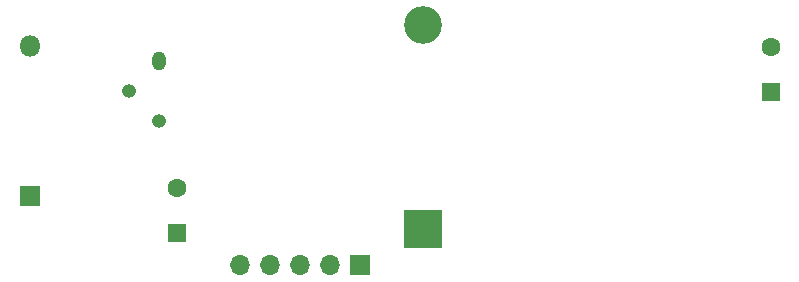
<source format=gbr>
%TF.GenerationSoftware,KiCad,Pcbnew,6.0.2+dfsg-1*%
%TF.CreationDate,2025-02-13T14:12:06+01:00*%
%TF.ProjectId,LM259610,4c4d3235-3936-4313-902e-6b696361645f,rev?*%
%TF.SameCoordinates,Original*%
%TF.FileFunction,Soldermask,Bot*%
%TF.FilePolarity,Negative*%
%FSLAX46Y46*%
G04 Gerber Fmt 4.6, Leading zero omitted, Abs format (unit mm)*
G04 Created by KiCad (PCBNEW 6.0.2+dfsg-1) date 2025-02-13 14:12:06*
%MOMM*%
%LPD*%
G01*
G04 APERTURE LIST*
%ADD10O,1.200000X1.600000*%
%ADD11O,1.200000X1.200000*%
%ADD12R,1.600000X1.600000*%
%ADD13C,1.600000*%
%ADD14R,3.200000X3.200000*%
%ADD15O,3.200000X3.200000*%
%ADD16R,1.800000X1.800000*%
%ADD17O,1.800000X1.800000*%
%ADD18R,1.700000X1.700000*%
%ADD19O,1.700000X1.700000*%
G04 APERTURE END LIST*
D10*
%TO.C,Q1*%
X143764000Y-110998000D03*
D11*
X141224000Y-113538000D03*
X143764000Y-116078000D03*
%TD*%
D12*
%TO.C,Cin1*%
X145288000Y-125500651D03*
D13*
X145288000Y-121700651D03*
%TD*%
D12*
%TO.C,Cout1*%
X195580000Y-113562651D03*
D13*
X195580000Y-109762651D03*
%TD*%
D14*
%TO.C,D1*%
X166116000Y-125206000D03*
D15*
X166116000Y-107966000D03*
%TD*%
D16*
%TO.C,D2*%
X132842000Y-122428000D03*
D17*
X132842000Y-109728000D03*
%TD*%
D18*
%TO.C,J1*%
X160777000Y-128270000D03*
D19*
X158237000Y-128270000D03*
X155697000Y-128270000D03*
X153157000Y-128270000D03*
X150617000Y-128270000D03*
%TD*%
M02*

</source>
